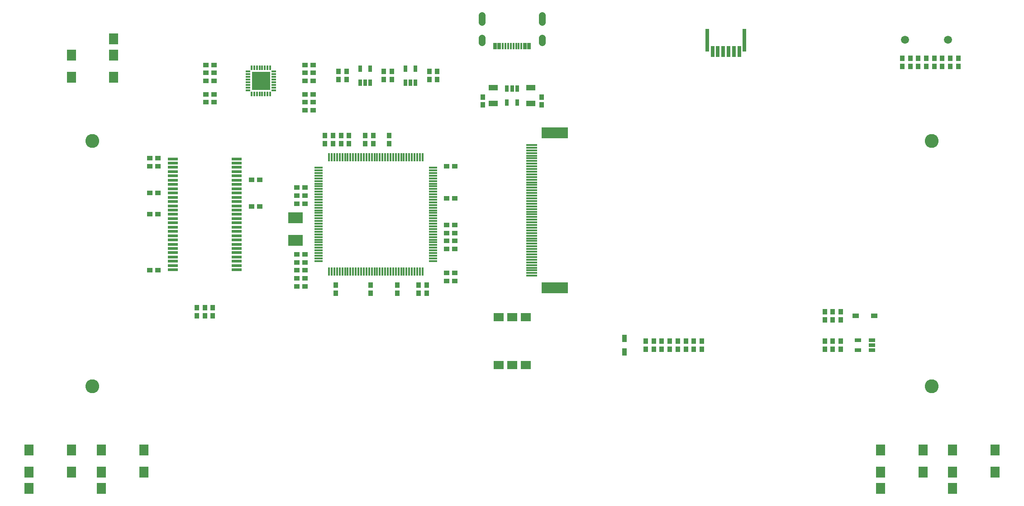
<source format=gbr>
G04 EAGLE Gerber RS-274X export*
G75*
%MOMM*%
%FSLAX34Y34*%
%LPD*%
%INSoldermask Top*%
%IPPOS*%
%AMOC8*
5,1,8,0,0,1.08239X$1,22.5*%
G01*
%ADD10C,2.601600*%
%ADD11R,1.001600X0.901600*%
%ADD12R,0.901600X1.001600*%
%ADD13R,2.701600X2.001600*%
%ADD14R,1.251600X0.701600*%
%ADD15C,1.509600*%
%ADD16R,1.701600X1.101600*%
%ADD17R,1.576600X0.376600*%
%ADD18R,0.376600X1.576600*%
%ADD19R,1.251600X0.901600*%
%ADD20R,0.701600X1.251600*%
%ADD21R,0.376600X0.951600*%
%ADD22R,0.951600X0.376600*%
%ADD23R,3.501600X3.501600*%
%ADD24R,1.751600X2.101600*%
%ADD25R,0.701600X2.101600*%
%ADD26R,0.801600X4.301600*%
%ADD27R,0.701600X1.201600*%
%ADD28R,0.401600X1.201600*%
%ADD29C,1.301600*%
%ADD30R,2.101600X0.401600*%
%ADD31R,4.901600X2.101600*%
%ADD32R,1.901600X0.601600*%
%ADD33R,1.881600X1.621600*%
%ADD34R,0.901600X1.451600*%


D10*
X785000Y230000D03*
X-785000Y230000D03*
X785000Y-230000D03*
X-785000Y-230000D03*
D11*
X-402500Y127500D03*
X-387500Y127500D03*
X-402500Y2500D03*
X-387500Y2500D03*
D12*
X-330000Y-55000D03*
X-330000Y-40000D03*
X-265000Y-55000D03*
X-265000Y-40000D03*
X-215000Y-55000D03*
X-215000Y-40000D03*
X-160000Y-55000D03*
X-160000Y-40000D03*
D11*
X-107500Y72500D03*
X-122500Y72500D03*
X-107500Y122500D03*
X-122500Y122500D03*
D12*
X-230000Y240000D03*
X-230000Y225000D03*
X-275000Y240000D03*
X-275000Y225000D03*
X-320000Y240000D03*
X-320000Y225000D03*
X-175000Y-55000D03*
X-175000Y-40000D03*
D11*
X-107500Y182500D03*
X-122500Y182500D03*
D12*
X-305000Y240000D03*
X-305000Y225000D03*
D11*
X-402500Y112500D03*
X-387500Y112500D03*
X-402500Y17500D03*
X-387500Y17500D03*
D13*
X-405000Y86500D03*
X-405000Y43500D03*
D12*
X-335000Y240000D03*
X-335000Y225000D03*
D11*
X-402500Y-12500D03*
X-387500Y-12500D03*
X-402500Y-27500D03*
X-387500Y-27500D03*
X-402500Y-42500D03*
X-387500Y-42500D03*
D14*
X673000Y-162000D03*
X673000Y-152500D03*
X673000Y-143000D03*
X647000Y-143000D03*
X647000Y-162000D03*
D15*
X815500Y420000D03*
X735500Y420000D03*
D12*
X745000Y385000D03*
X745000Y370000D03*
X730000Y385000D03*
X730000Y370000D03*
X820000Y385000D03*
X820000Y370000D03*
X805000Y385000D03*
X805000Y370000D03*
X790000Y385000D03*
X790000Y370000D03*
X760000Y385000D03*
X760000Y370000D03*
X775000Y385000D03*
X775000Y370000D03*
D11*
X-107500Y-32500D03*
X-122500Y-32500D03*
X-107500Y-17500D03*
X-122500Y-17500D03*
X-662500Y197500D03*
X-677500Y197500D03*
X-662500Y92500D03*
X-677500Y92500D03*
X-662500Y182500D03*
X-677500Y182500D03*
X-662500Y132500D03*
X-677500Y132500D03*
X-487500Y157500D03*
X-472500Y157500D03*
X-487500Y107500D03*
X-472500Y107500D03*
X-662500Y-12500D03*
X-677500Y-12500D03*
D12*
X55000Y297500D03*
X55000Y312500D03*
X-55000Y297500D03*
X-55000Y312500D03*
D16*
X35000Y300000D03*
X35000Y330000D03*
X-35000Y300000D03*
X-35000Y330000D03*
D17*
X-362380Y180000D03*
X-362380Y175000D03*
X-362380Y170000D03*
X-362380Y165000D03*
X-362380Y160000D03*
X-362380Y155000D03*
X-362380Y150000D03*
X-362380Y145000D03*
X-362380Y140000D03*
X-362380Y135000D03*
X-362380Y130000D03*
X-362380Y125000D03*
X-362380Y120000D03*
X-362380Y115000D03*
X-362380Y110000D03*
X-362380Y105000D03*
X-362380Y100000D03*
X-362380Y95000D03*
X-362380Y90000D03*
X-362380Y85000D03*
X-362380Y80000D03*
X-362380Y75000D03*
X-362380Y70000D03*
X-362380Y65000D03*
X-362380Y60000D03*
X-362380Y55000D03*
X-362380Y50000D03*
X-362380Y45000D03*
X-362380Y40000D03*
X-362380Y35000D03*
X-362380Y30000D03*
X-362380Y25000D03*
X-362380Y20000D03*
X-362380Y15000D03*
X-362380Y10000D03*
X-362380Y5000D03*
D18*
X-342500Y-14880D03*
X-337500Y-14880D03*
X-332500Y-14880D03*
X-327500Y-14880D03*
X-322500Y-14880D03*
X-317500Y-14880D03*
X-312500Y-14880D03*
X-307500Y-14880D03*
X-302500Y-14880D03*
X-297500Y-14880D03*
X-292500Y-14880D03*
X-287500Y-14880D03*
X-282500Y-14880D03*
X-277500Y-14880D03*
X-272500Y-14880D03*
X-267500Y-14880D03*
X-262500Y-14880D03*
X-257500Y-14880D03*
X-252500Y-14880D03*
X-247500Y-14880D03*
X-242500Y-14880D03*
X-237500Y-14880D03*
X-232500Y-14880D03*
X-227500Y-14880D03*
X-222500Y-14880D03*
X-217500Y-14880D03*
X-212500Y-14880D03*
X-207500Y-14880D03*
X-202500Y-14880D03*
X-197500Y-14880D03*
X-192500Y-14880D03*
X-187500Y-14880D03*
X-182500Y-14880D03*
X-177500Y-14880D03*
X-172500Y-14880D03*
X-167500Y-14880D03*
D17*
X-147620Y5000D03*
X-147620Y10000D03*
X-147620Y15000D03*
X-147620Y20000D03*
X-147620Y25000D03*
X-147620Y30000D03*
X-147620Y35000D03*
X-147620Y40000D03*
X-147620Y45000D03*
X-147620Y50000D03*
X-147620Y55000D03*
X-147620Y60000D03*
X-147620Y65000D03*
X-147620Y70000D03*
X-147620Y75000D03*
X-147620Y80000D03*
X-147620Y85000D03*
X-147620Y90000D03*
X-147620Y95000D03*
X-147620Y100000D03*
X-147620Y105000D03*
X-147620Y110000D03*
X-147620Y115000D03*
X-147620Y120000D03*
X-147620Y125000D03*
X-147620Y130000D03*
X-147620Y135000D03*
X-147620Y140000D03*
X-147620Y145000D03*
X-147620Y150000D03*
X-147620Y155000D03*
X-147620Y160000D03*
X-147620Y165000D03*
X-147620Y170000D03*
X-147620Y175000D03*
X-147620Y180000D03*
D18*
X-167500Y199880D03*
X-172500Y199880D03*
X-177500Y199880D03*
X-182500Y199880D03*
X-187500Y199880D03*
X-192500Y199880D03*
X-197500Y199880D03*
X-202500Y199880D03*
X-207500Y199880D03*
X-212500Y199880D03*
X-217500Y199880D03*
X-222500Y199880D03*
X-227500Y199880D03*
X-232500Y199880D03*
X-237500Y199880D03*
X-242500Y199880D03*
X-247500Y199880D03*
X-252500Y199880D03*
X-257500Y199880D03*
X-262500Y199880D03*
X-267500Y199880D03*
X-272500Y199880D03*
X-277500Y199880D03*
X-282500Y199880D03*
X-287500Y199880D03*
X-292500Y199880D03*
X-297500Y199880D03*
X-302500Y199880D03*
X-307500Y199880D03*
X-312500Y199880D03*
X-317500Y199880D03*
X-322500Y199880D03*
X-327500Y199880D03*
X-332500Y199880D03*
X-337500Y199880D03*
X-342500Y199880D03*
D11*
X-107500Y27500D03*
X-122500Y27500D03*
X-107500Y42500D03*
X-122500Y42500D03*
X-107500Y57500D03*
X-122500Y57500D03*
D12*
X-350000Y240000D03*
X-350000Y225000D03*
D11*
X-402500Y142500D03*
X-387500Y142500D03*
D19*
X677500Y-97500D03*
X642500Y-97500D03*
D12*
X600000Y-90000D03*
X600000Y-105000D03*
X615000Y-90000D03*
X615000Y-105000D03*
X600000Y-145000D03*
X600000Y-160000D03*
X585000Y-145000D03*
X585000Y-160000D03*
X615000Y-145000D03*
X615000Y-160000D03*
X-260000Y240000D03*
X-260000Y225000D03*
X585000Y-90000D03*
X585000Y-105000D03*
D20*
X9500Y328000D03*
X0Y328000D03*
X-9500Y328000D03*
X-9500Y302000D03*
X9500Y302000D03*
D12*
X835000Y385000D03*
X835000Y370000D03*
D20*
X-284500Y339500D03*
X-275000Y339500D03*
X-265500Y339500D03*
X-265500Y365500D03*
X-284500Y365500D03*
X-199500Y339500D03*
X-190000Y339500D03*
X-180500Y339500D03*
X-180500Y365500D03*
X-199500Y365500D03*
D12*
X-155000Y360000D03*
X-155000Y345000D03*
X-225000Y360000D03*
X-225000Y345000D03*
D11*
X-387500Y302500D03*
X-372500Y302500D03*
D12*
X-310000Y360000D03*
X-310000Y345000D03*
X-140000Y360000D03*
X-140000Y345000D03*
X-240000Y360000D03*
X-240000Y345000D03*
D11*
X-387500Y317500D03*
X-372500Y317500D03*
D12*
X-325000Y360000D03*
X-325000Y345000D03*
D11*
X-387500Y342500D03*
X-372500Y342500D03*
X-387500Y287500D03*
X-372500Y287500D03*
D21*
X-487500Y318000D03*
X-482500Y318000D03*
X-477500Y318000D03*
X-472500Y318000D03*
X-467500Y318000D03*
X-462500Y318000D03*
X-457500Y318000D03*
X-452500Y318000D03*
D22*
X-445500Y325000D03*
X-445500Y330000D03*
X-445500Y335000D03*
X-445500Y340000D03*
X-445500Y345000D03*
X-445500Y350000D03*
X-445500Y355000D03*
X-445500Y360000D03*
D21*
X-452500Y367000D03*
X-457500Y367000D03*
X-462500Y367000D03*
X-467500Y367000D03*
X-472500Y367000D03*
X-477500Y367000D03*
X-482500Y367000D03*
X-487500Y367000D03*
D22*
X-494500Y360000D03*
X-494500Y355000D03*
X-494500Y350000D03*
X-494500Y345000D03*
X-494500Y340000D03*
X-494500Y335000D03*
X-494500Y330000D03*
X-494500Y325000D03*
D23*
X-470000Y342500D03*
D11*
X-372500Y357500D03*
X-387500Y357500D03*
X-372500Y372500D03*
X-387500Y372500D03*
X-572500Y342500D03*
X-557500Y342500D03*
X-572500Y357500D03*
X-557500Y357500D03*
X-557500Y317500D03*
X-572500Y317500D03*
X-557500Y302500D03*
X-572500Y302500D03*
X-557500Y372500D03*
X-572500Y372500D03*
D24*
X-745250Y421000D03*
X-745250Y349000D03*
X-745250Y391000D03*
X-824750Y349000D03*
X-824750Y391000D03*
X-768750Y-421000D03*
X-768750Y-349000D03*
X-768750Y-391000D03*
X-689250Y-349000D03*
X-689250Y-391000D03*
X-903750Y-421000D03*
X-903750Y-349000D03*
X-903750Y-391000D03*
X-824250Y-349000D03*
X-824250Y-391000D03*
D25*
X425000Y397500D03*
X415000Y397500D03*
X405000Y397500D03*
X395000Y397500D03*
X385000Y397500D03*
X375000Y397500D03*
D26*
X435000Y418500D03*
X365000Y418500D03*
D27*
X32000Y407500D03*
X24000Y407500D03*
D28*
X12500Y407500D03*
X2500Y407500D03*
X-2500Y407500D03*
X-12500Y407500D03*
D27*
X-24000Y407500D03*
X-32000Y407500D03*
D28*
X-17500Y407500D03*
X-7500Y407500D03*
X7500Y407500D03*
X17500Y407500D03*
D29*
X56200Y415000D02*
X56200Y423000D01*
X-56200Y423000D02*
X-56200Y415000D01*
X56200Y453000D02*
X56200Y465000D01*
X-56200Y465000D02*
X-56200Y453000D01*
D30*
X37000Y-22500D03*
X37000Y-17500D03*
X37000Y-12500D03*
X37000Y-7500D03*
X37000Y-2500D03*
X37000Y2500D03*
X37000Y7500D03*
X37000Y12500D03*
X37000Y17500D03*
X37000Y22500D03*
X37000Y27500D03*
X37000Y32500D03*
X37000Y37500D03*
X37000Y42500D03*
X37000Y47500D03*
X37000Y52500D03*
X37000Y57500D03*
X37000Y62500D03*
X37000Y67500D03*
X37000Y72500D03*
X37000Y77500D03*
X37000Y82500D03*
X37000Y87500D03*
X37000Y92500D03*
X37000Y97500D03*
X37000Y102500D03*
X37000Y107500D03*
X37000Y112500D03*
X37000Y117500D03*
X37000Y122500D03*
X37000Y127500D03*
X37000Y132500D03*
X37000Y137500D03*
X37000Y142500D03*
X37000Y147500D03*
X37000Y152500D03*
X37000Y157500D03*
X37000Y162500D03*
X37000Y167500D03*
X37000Y172500D03*
X37000Y177500D03*
X37000Y182500D03*
X37000Y187500D03*
X37000Y192500D03*
X37000Y197500D03*
X37000Y202500D03*
X37000Y207500D03*
X37000Y212500D03*
X37000Y217500D03*
X37000Y222500D03*
D31*
X80000Y-45500D03*
X80000Y245500D03*
D32*
X-635000Y196500D03*
X-635000Y188500D03*
X-635000Y180500D03*
X-635000Y172500D03*
X-635000Y164500D03*
X-635000Y156500D03*
X-635000Y148500D03*
X-635000Y140500D03*
X-635000Y132500D03*
X-635000Y124500D03*
X-635000Y116500D03*
X-635000Y108500D03*
X-635000Y100500D03*
X-635000Y92500D03*
X-635000Y84500D03*
X-635000Y76500D03*
X-635000Y68500D03*
X-635000Y60500D03*
X-635000Y52500D03*
X-635000Y44500D03*
X-635000Y36500D03*
X-635000Y28500D03*
X-635000Y20500D03*
X-635000Y12500D03*
X-635000Y4500D03*
X-635000Y-3500D03*
X-635000Y-11500D03*
X-515000Y-11500D03*
X-515000Y-3500D03*
X-515000Y4500D03*
X-515000Y12500D03*
X-515000Y20500D03*
X-515000Y28500D03*
X-515000Y36500D03*
X-515000Y44500D03*
X-515000Y52500D03*
X-515000Y60500D03*
X-515000Y68500D03*
X-515000Y76500D03*
X-515000Y84500D03*
X-515000Y92500D03*
X-515000Y100500D03*
X-515000Y108500D03*
X-515000Y116500D03*
X-515000Y124500D03*
X-515000Y132500D03*
X-515000Y140500D03*
X-515000Y148500D03*
X-515000Y156500D03*
X-515000Y164500D03*
X-515000Y172500D03*
X-515000Y180500D03*
X-515000Y188500D03*
X-515000Y196500D03*
D12*
X-590000Y-97500D03*
X-590000Y-82500D03*
X-575000Y-97500D03*
X-575000Y-82500D03*
X-560000Y-82500D03*
X-560000Y-97500D03*
D24*
X689250Y-421000D03*
X689250Y-349000D03*
X689250Y-391000D03*
X768750Y-349000D03*
X768750Y-391000D03*
X824250Y-421000D03*
X824250Y-349000D03*
X824250Y-391000D03*
X903750Y-349000D03*
X903750Y-391000D03*
D12*
X355000Y-145000D03*
X355000Y-160000D03*
X340000Y-145000D03*
X340000Y-160000D03*
X325000Y-145000D03*
X325000Y-160000D03*
X310000Y-145000D03*
X310000Y-160000D03*
D33*
X-25400Y-190050D03*
X0Y-190050D03*
X25400Y-190050D03*
X25400Y-99950D03*
X0Y-99950D03*
X-25400Y-99950D03*
D12*
X280000Y-145000D03*
X280000Y-160000D03*
D34*
X210000Y-139800D03*
X210000Y-165200D03*
D12*
X295000Y-145000D03*
X295000Y-160000D03*
X265000Y-145000D03*
X265000Y-160000D03*
X250000Y-145000D03*
X250000Y-160000D03*
M02*

</source>
